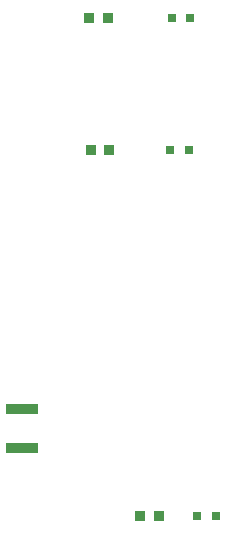
<source format=gtp>
G04*
G04 #@! TF.GenerationSoftware,Altium Limited,Altium Designer,22.9.1 (49)*
G04*
G04 Layer_Color=8421504*
%FSLAX25Y25*%
%MOIN*%
G70*
G04*
G04 #@! TF.SameCoordinates,714AFEBF-1B90-43D1-B325-1FA160A26AE1*
G04*
G04*
G04 #@! TF.FilePolarity,Positive*
G04*
G01*
G75*
%ADD14R,0.03543X0.03740*%
%ADD15R,0.03150X0.02953*%
%ADD16R,0.11063X0.03268*%
D14*
X256150Y74500D02*
D03*
X249850D02*
D03*
X239650Y196500D02*
D03*
X233350D02*
D03*
X232850Y240500D02*
D03*
X239150D02*
D03*
D15*
X259850Y196500D02*
D03*
X266150D02*
D03*
X260350Y240500D02*
D03*
X266650D02*
D03*
X275150Y74500D02*
D03*
X268850D02*
D03*
D16*
X210500Y110035D02*
D03*
Y96965D02*
D03*
M02*

</source>
